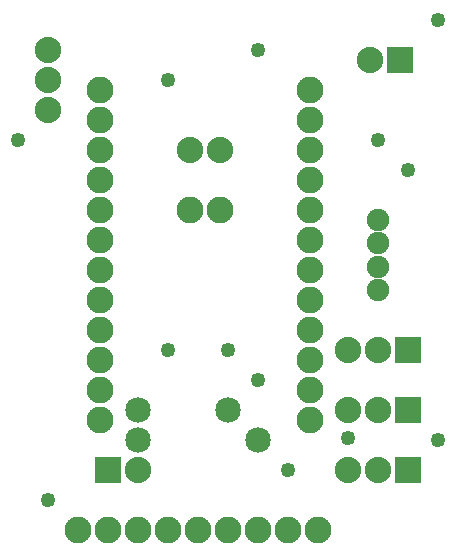
<source format=gbs>
G04 MADE WITH FRITZING*
G04 WWW.FRITZING.ORG*
G04 DOUBLE SIDED*
G04 HOLES PLATED*
G04 CONTOUR ON CENTER OF CONTOUR VECTOR*
%ASAXBY*%
%FSLAX23Y23*%
%MOIN*%
%OFA0B0*%
%SFA1.0B1.0*%
%ADD10C,0.049370*%
%ADD11C,0.085000*%
%ADD12C,0.089370*%
%ADD13C,0.088000*%
%ADD14C,0.075000*%
%ADD15R,0.088000X0.088000*%
%LNMASK0*%
G90*
G70*
G54D10*
X844Y830D03*
X1544Y530D03*
X1044Y430D03*
X1244Y538D03*
X944Y1830D03*
X1544Y1930D03*
X1344Y1530D03*
X1444Y1430D03*
G54D11*
X544Y630D03*
X844Y630D03*
G54D10*
X644Y1730D03*
G54D11*
X944Y530D03*
X544Y530D03*
X944Y530D03*
X544Y530D03*
G54D12*
X416Y1699D03*
X416Y1599D03*
X416Y1499D03*
X416Y1399D03*
X416Y1299D03*
X416Y1199D03*
X416Y1099D03*
X416Y999D03*
X416Y899D03*
X416Y799D03*
X416Y699D03*
X416Y599D03*
X1116Y1699D03*
X1116Y1599D03*
X1116Y1499D03*
X1116Y1399D03*
X1116Y1299D03*
X1116Y1199D03*
X1116Y1099D03*
X1116Y999D03*
X1116Y899D03*
X1116Y799D03*
X1116Y699D03*
X1116Y599D03*
G54D13*
X444Y430D03*
X544Y430D03*
X244Y1630D03*
X244Y1730D03*
X244Y1830D03*
G54D12*
X1144Y230D03*
X1044Y230D03*
X944Y230D03*
X844Y230D03*
X744Y230D03*
X644Y230D03*
X544Y230D03*
X444Y230D03*
X344Y230D03*
G54D13*
X1444Y430D03*
X1344Y430D03*
X1244Y430D03*
X1444Y630D03*
X1344Y630D03*
X1244Y630D03*
X1444Y830D03*
X1344Y830D03*
X1244Y830D03*
G54D14*
X1344Y1030D03*
X1344Y1108D03*
X1344Y1187D03*
X1344Y1266D03*
G54D13*
X716Y1499D03*
X816Y1499D03*
X716Y1499D03*
X816Y1499D03*
G54D12*
X716Y1299D03*
X816Y1299D03*
X716Y1299D03*
X816Y1299D03*
G54D13*
X1416Y1799D03*
X1316Y1799D03*
G54D10*
X144Y1530D03*
X244Y330D03*
X644Y830D03*
X944Y730D03*
G54D15*
X444Y430D03*
X1444Y430D03*
X1444Y630D03*
X1444Y830D03*
X1416Y1799D03*
G04 End of Mask0*
M02*
</source>
